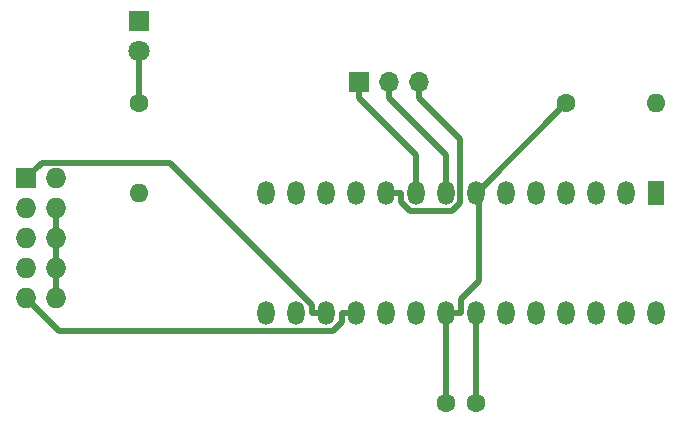
<source format=gbr>
%TF.GenerationSoftware,KiCad,Pcbnew,5.1.6-c6e7f7d~86~ubuntu18.04.1*%
%TF.CreationDate,2020-05-25T18:44:13+02:00*%
%TF.ProjectId,atmega_prog_adapter_v3,61746d65-6761-45f7-9072-6f675f616461,1.0*%
%TF.SameCoordinates,PX59a0560PY76b1be0*%
%TF.FileFunction,Copper,L2,Bot*%
%TF.FilePolarity,Positive*%
%FSLAX46Y46*%
G04 Gerber Fmt 4.6, Leading zero omitted, Abs format (unit mm)*
G04 Created by KiCad (PCBNEW 5.1.6-c6e7f7d~86~ubuntu18.04.1) date 2020-05-25 18:44:13*
%MOMM*%
%LPD*%
G01*
G04 APERTURE LIST*
%TA.AperFunction,ComponentPad*%
%ADD10O,1.700000X1.700000*%
%TD*%
%TA.AperFunction,ComponentPad*%
%ADD11R,1.700000X1.700000*%
%TD*%
%TA.AperFunction,ComponentPad*%
%ADD12C,1.600000*%
%TD*%
%TA.AperFunction,ComponentPad*%
%ADD13C,1.800000*%
%TD*%
%TA.AperFunction,ComponentPad*%
%ADD14R,1.800000X1.800000*%
%TD*%
%TA.AperFunction,ComponentPad*%
%ADD15O,1.727200X1.727200*%
%TD*%
%TA.AperFunction,ComponentPad*%
%ADD16R,1.727200X1.727200*%
%TD*%
%TA.AperFunction,ComponentPad*%
%ADD17O,1.600000X1.600000*%
%TD*%
%TA.AperFunction,ComponentPad*%
%ADD18O,1.440000X2.000000*%
%TD*%
%TA.AperFunction,ComponentPad*%
%ADD19R,1.440000X2.000000*%
%TD*%
%TA.AperFunction,Conductor*%
%ADD20C,0.500000*%
%TD*%
G04 APERTURE END LIST*
D10*
%TO.P,J2,3*%
%TO.N,/XTAL2*%
X40894000Y32258000D03*
%TO.P,J2,2*%
%TO.N,GND*%
X38354000Y32258000D03*
D11*
%TO.P,J2,1*%
%TO.N,/XTAL1*%
X35814000Y32258000D03*
%TD*%
D12*
%TO.P,C1,2*%
%TO.N,GND*%
X45680000Y5080000D03*
%TO.P,C1,1*%
%TO.N,Net-(C1-Pad1)*%
X43180000Y5080000D03*
%TD*%
D13*
%TO.P,D1,2*%
%TO.N,Net-(D1-Pad2)*%
X17145000Y34925000D03*
D14*
%TO.P,D1,1*%
%TO.N,GND*%
X17145000Y37465000D03*
%TD*%
D15*
%TO.P,J1,10*%
%TO.N,GND*%
X10160000Y13970000D03*
%TO.P,J1,9*%
%TO.N,/MISO*%
X7620000Y13970000D03*
%TO.P,J1,8*%
%TO.N,GND*%
X10160000Y16510000D03*
%TO.P,J1,7*%
%TO.N,/SCK*%
X7620000Y16510000D03*
%TO.P,J1,6*%
%TO.N,GND*%
X10160000Y19050000D03*
%TO.P,J1,5*%
%TO.N,/RESET*%
X7620000Y19050000D03*
%TO.P,J1,4*%
%TO.N,GND*%
X10160000Y21590000D03*
%TO.P,J1,3*%
%TO.N,Net-(J1-Pad3)*%
X7620000Y21590000D03*
%TO.P,J1,2*%
%TO.N,Net-(C1-Pad1)*%
X10160000Y24130000D03*
D16*
%TO.P,J1,1*%
%TO.N,/MOSI*%
X7620000Y24130000D03*
%TD*%
D17*
%TO.P,R1,2*%
%TO.N,/RESET*%
X60960000Y30480000D03*
D12*
%TO.P,R1,1*%
%TO.N,Net-(C1-Pad1)*%
X53340000Y30480000D03*
%TD*%
D17*
%TO.P,R2,2*%
%TO.N,Net-(R2-Pad2)*%
X17145000Y22860000D03*
D12*
%TO.P,R2,1*%
%TO.N,Net-(D1-Pad2)*%
X17145000Y30480000D03*
%TD*%
D18*
%TO.P,U1,15*%
%TO.N,Net-(U1-Pad15)*%
X27940000Y12700000D03*
%TO.P,U1,14*%
%TO.N,Net-(R2-Pad2)*%
X27940000Y22860000D03*
%TO.P,U1,16*%
%TO.N,Net-(U1-Pad16)*%
X30480000Y12700000D03*
%TO.P,U1,13*%
%TO.N,Net-(U1-Pad13)*%
X30480000Y22860000D03*
%TO.P,U1,17*%
%TO.N,/MOSI*%
X33020000Y12700000D03*
%TO.P,U1,12*%
%TO.N,Net-(U1-Pad12)*%
X33020000Y22860000D03*
%TO.P,U1,18*%
%TO.N,/MISO*%
X35560000Y12700000D03*
%TO.P,U1,11*%
%TO.N,Net-(U1-Pad11)*%
X35560000Y22860000D03*
%TO.P,U1,19*%
%TO.N,/SCK*%
X38100000Y12700000D03*
%TO.P,U1,10*%
%TO.N,/XTAL2*%
X38100000Y22860000D03*
%TO.P,U1,20*%
%TO.N,Net-(C1-Pad1)*%
X40640000Y12700000D03*
%TO.P,U1,9*%
%TO.N,/XTAL1*%
X40640000Y22860000D03*
%TO.P,U1,21*%
%TO.N,Net-(C1-Pad1)*%
X43180000Y12700000D03*
%TO.P,U1,8*%
%TO.N,GND*%
X43180000Y22860000D03*
%TO.P,U1,22*%
X45720000Y12700000D03*
%TO.P,U1,7*%
%TO.N,Net-(C1-Pad1)*%
X45720000Y22860000D03*
%TO.P,U1,23*%
%TO.N,Net-(U1-Pad23)*%
X48260000Y12700000D03*
%TO.P,U1,6*%
%TO.N,Net-(U1-Pad6)*%
X48260000Y22860000D03*
%TO.P,U1,24*%
%TO.N,Net-(U1-Pad24)*%
X50800000Y12700000D03*
%TO.P,U1,5*%
%TO.N,Net-(U1-Pad5)*%
X50800000Y22860000D03*
%TO.P,U1,25*%
%TO.N,Net-(U1-Pad25)*%
X53340000Y12700000D03*
%TO.P,U1,4*%
%TO.N,Net-(U1-Pad4)*%
X53340000Y22860000D03*
%TO.P,U1,26*%
%TO.N,Net-(U1-Pad26)*%
X55880000Y12700000D03*
%TO.P,U1,3*%
%TO.N,Net-(U1-Pad3)*%
X55880000Y22860000D03*
%TO.P,U1,27*%
%TO.N,Net-(U1-Pad27)*%
X58420000Y12700000D03*
%TO.P,U1,2*%
%TO.N,Net-(U1-Pad2)*%
X58420000Y22860000D03*
%TO.P,U1,28*%
%TO.N,Net-(U1-Pad28)*%
X60960000Y12700000D03*
D19*
%TO.P,U1,1*%
%TO.N,/RESET*%
X60960000Y22860000D03*
%TD*%
D20*
%TO.N,Net-(C1-Pad1)*%
X43180000Y12700000D02*
X44400000Y12700000D01*
X44400000Y12700000D02*
X44400000Y13920000D01*
X44400000Y13920000D02*
X45902500Y15422500D01*
X45902500Y15422500D02*
X45902500Y22860000D01*
X45720000Y22860000D02*
X45902500Y22860000D01*
X45902500Y22860000D02*
X45902500Y23042500D01*
X45902500Y23042500D02*
X53340000Y30480000D01*
X43180000Y12700000D02*
X43180000Y5080000D01*
%TO.N,GND*%
X38354000Y30908000D02*
X43180000Y26082000D01*
X43180000Y26082000D02*
X43180000Y22860000D01*
X38354000Y32258000D02*
X38354000Y30908000D01*
X10160000Y16510000D02*
X10160000Y13970000D01*
X10160000Y19050000D02*
X10160000Y16510000D01*
X45720000Y12700000D02*
X45720000Y5120000D01*
X45720000Y5120000D02*
X45680000Y5080000D01*
X10160000Y21590000D02*
X10160000Y19050000D01*
%TO.N,Net-(D1-Pad2)*%
X17145000Y30480000D02*
X17145000Y34925000D01*
%TO.N,/MOSI*%
X33020000Y12700000D02*
X31800000Y12700000D01*
X31800000Y12700000D02*
X31800000Y13386200D01*
X31800000Y13386200D02*
X19734200Y25452000D01*
X19734200Y25452000D02*
X8942000Y25452000D01*
X8942000Y25452000D02*
X7620000Y24130000D01*
%TO.N,/MISO*%
X35560000Y12700000D02*
X34340000Y12700000D01*
X34340000Y12700000D02*
X34340000Y12013800D01*
X34340000Y12013800D02*
X33558200Y11232000D01*
X33558200Y11232000D02*
X10358000Y11232000D01*
X10358000Y11232000D02*
X7620000Y13970000D01*
%TO.N,/XTAL1*%
X35814000Y32258000D02*
X35814000Y30908000D01*
X40640000Y22860000D02*
X40640000Y26082000D01*
X40640000Y26082000D02*
X35814000Y30908000D01*
%TO.N,/XTAL2*%
X40894000Y32258000D02*
X40894000Y30908000D01*
X38100000Y22860000D02*
X39320000Y22860000D01*
X39320000Y22860000D02*
X39320000Y22173700D01*
X39320000Y22173700D02*
X40086200Y21407500D01*
X40086200Y21407500D02*
X43681600Y21407500D01*
X43681600Y21407500D02*
X44350700Y22076600D01*
X44350700Y22076600D02*
X44350700Y27451300D01*
X44350700Y27451300D02*
X40894000Y30908000D01*
%TD*%
M02*

</source>
